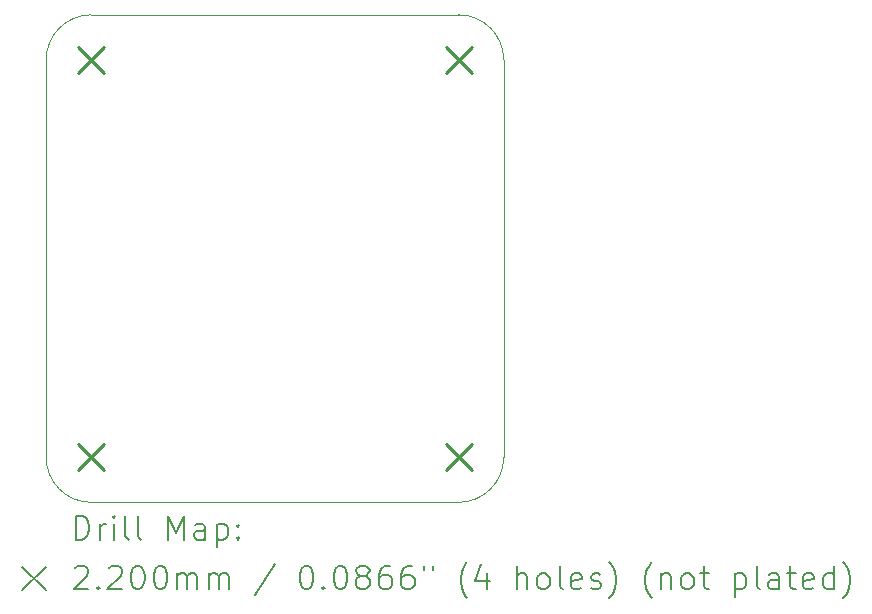
<source format=gbr>
%TF.GenerationSoftware,KiCad,Pcbnew,(6.0.7)*%
%TF.CreationDate,2022-08-26T11:03:14+03:00*%
%TF.ProjectId,DiLight_1.1,44694c69-6768-4745-9f31-2e312e6b6963,rev?*%
%TF.SameCoordinates,Original*%
%TF.FileFunction,Drillmap*%
%TF.FilePolarity,Positive*%
%FSLAX45Y45*%
G04 Gerber Fmt 4.5, Leading zero omitted, Abs format (unit mm)*
G04 Created by KiCad (PCBNEW (6.0.7)) date 2022-08-26 11:03:14*
%MOMM*%
%LPD*%
G01*
G04 APERTURE LIST*
%ADD10C,0.100000*%
%ADD11C,0.200000*%
%ADD12C,0.220000*%
G04 APERTURE END LIST*
D10*
X5207000Y-1714500D02*
G75*
G03*
X4826000Y-1333500I-381000J0D01*
G01*
X1333500Y-5080000D02*
G75*
G03*
X1714500Y-5461000I381000J0D01*
G01*
X1333500Y-1714500D02*
X1333500Y-5080000D01*
X5207000Y-5080000D02*
X5207000Y-1714500D01*
X1714500Y-1333500D02*
G75*
G03*
X1333500Y-1714500I0J-381000D01*
G01*
X1714500Y-5461000D02*
X4826000Y-5461000D01*
X4826000Y-5461000D02*
G75*
G03*
X5207000Y-5080000I0J381000D01*
G01*
X4826000Y-1333500D02*
X1714500Y-1333500D01*
D11*
D12*
X1604500Y-1604500D02*
X1824500Y-1824500D01*
X1824500Y-1604500D02*
X1604500Y-1824500D01*
X1604500Y-4970000D02*
X1824500Y-5190000D01*
X1824500Y-4970000D02*
X1604500Y-5190000D01*
X4716000Y-1604500D02*
X4936000Y-1824500D01*
X4936000Y-1604500D02*
X4716000Y-1824500D01*
X4716000Y-4970000D02*
X4936000Y-5190000D01*
X4936000Y-4970000D02*
X4716000Y-5190000D01*
D11*
X1586119Y-5776476D02*
X1586119Y-5576476D01*
X1633738Y-5576476D01*
X1662309Y-5586000D01*
X1681357Y-5605048D01*
X1690881Y-5624095D01*
X1700405Y-5662190D01*
X1700405Y-5690762D01*
X1690881Y-5728857D01*
X1681357Y-5747905D01*
X1662309Y-5766952D01*
X1633738Y-5776476D01*
X1586119Y-5776476D01*
X1786119Y-5776476D02*
X1786119Y-5643143D01*
X1786119Y-5681238D02*
X1795643Y-5662190D01*
X1805167Y-5652667D01*
X1824214Y-5643143D01*
X1843262Y-5643143D01*
X1909928Y-5776476D02*
X1909928Y-5643143D01*
X1909928Y-5576476D02*
X1900405Y-5586000D01*
X1909928Y-5595524D01*
X1919452Y-5586000D01*
X1909928Y-5576476D01*
X1909928Y-5595524D01*
X2033738Y-5776476D02*
X2014690Y-5766952D01*
X2005167Y-5747905D01*
X2005167Y-5576476D01*
X2138500Y-5776476D02*
X2119452Y-5766952D01*
X2109929Y-5747905D01*
X2109929Y-5576476D01*
X2367071Y-5776476D02*
X2367071Y-5576476D01*
X2433738Y-5719333D01*
X2500405Y-5576476D01*
X2500405Y-5776476D01*
X2681357Y-5776476D02*
X2681357Y-5671714D01*
X2671833Y-5652667D01*
X2652786Y-5643143D01*
X2614690Y-5643143D01*
X2595643Y-5652667D01*
X2681357Y-5766952D02*
X2662310Y-5776476D01*
X2614690Y-5776476D01*
X2595643Y-5766952D01*
X2586119Y-5747905D01*
X2586119Y-5728857D01*
X2595643Y-5709809D01*
X2614690Y-5700286D01*
X2662310Y-5700286D01*
X2681357Y-5690762D01*
X2776595Y-5643143D02*
X2776595Y-5843143D01*
X2776595Y-5652667D02*
X2795643Y-5643143D01*
X2833738Y-5643143D01*
X2852786Y-5652667D01*
X2862309Y-5662190D01*
X2871833Y-5681238D01*
X2871833Y-5738381D01*
X2862309Y-5757428D01*
X2852786Y-5766952D01*
X2833738Y-5776476D01*
X2795643Y-5776476D01*
X2776595Y-5766952D01*
X2957548Y-5757428D02*
X2967071Y-5766952D01*
X2957548Y-5776476D01*
X2948024Y-5766952D01*
X2957548Y-5757428D01*
X2957548Y-5776476D01*
X2957548Y-5652667D02*
X2967071Y-5662190D01*
X2957548Y-5671714D01*
X2948024Y-5662190D01*
X2957548Y-5652667D01*
X2957548Y-5671714D01*
X1128500Y-6006000D02*
X1328500Y-6206000D01*
X1328500Y-6006000D02*
X1128500Y-6206000D01*
X1576595Y-6015524D02*
X1586119Y-6006000D01*
X1605167Y-5996476D01*
X1652786Y-5996476D01*
X1671833Y-6006000D01*
X1681357Y-6015524D01*
X1690881Y-6034571D01*
X1690881Y-6053619D01*
X1681357Y-6082190D01*
X1567071Y-6196476D01*
X1690881Y-6196476D01*
X1776595Y-6177428D02*
X1786119Y-6186952D01*
X1776595Y-6196476D01*
X1767071Y-6186952D01*
X1776595Y-6177428D01*
X1776595Y-6196476D01*
X1862309Y-6015524D02*
X1871833Y-6006000D01*
X1890881Y-5996476D01*
X1938500Y-5996476D01*
X1957548Y-6006000D01*
X1967071Y-6015524D01*
X1976595Y-6034571D01*
X1976595Y-6053619D01*
X1967071Y-6082190D01*
X1852786Y-6196476D01*
X1976595Y-6196476D01*
X2100405Y-5996476D02*
X2119452Y-5996476D01*
X2138500Y-6006000D01*
X2148024Y-6015524D01*
X2157548Y-6034571D01*
X2167071Y-6072667D01*
X2167071Y-6120286D01*
X2157548Y-6158381D01*
X2148024Y-6177428D01*
X2138500Y-6186952D01*
X2119452Y-6196476D01*
X2100405Y-6196476D01*
X2081357Y-6186952D01*
X2071833Y-6177428D01*
X2062309Y-6158381D01*
X2052786Y-6120286D01*
X2052786Y-6072667D01*
X2062309Y-6034571D01*
X2071833Y-6015524D01*
X2081357Y-6006000D01*
X2100405Y-5996476D01*
X2290881Y-5996476D02*
X2309929Y-5996476D01*
X2328976Y-6006000D01*
X2338500Y-6015524D01*
X2348024Y-6034571D01*
X2357548Y-6072667D01*
X2357548Y-6120286D01*
X2348024Y-6158381D01*
X2338500Y-6177428D01*
X2328976Y-6186952D01*
X2309929Y-6196476D01*
X2290881Y-6196476D01*
X2271833Y-6186952D01*
X2262310Y-6177428D01*
X2252786Y-6158381D01*
X2243262Y-6120286D01*
X2243262Y-6072667D01*
X2252786Y-6034571D01*
X2262310Y-6015524D01*
X2271833Y-6006000D01*
X2290881Y-5996476D01*
X2443262Y-6196476D02*
X2443262Y-6063143D01*
X2443262Y-6082190D02*
X2452786Y-6072667D01*
X2471833Y-6063143D01*
X2500405Y-6063143D01*
X2519452Y-6072667D01*
X2528976Y-6091714D01*
X2528976Y-6196476D01*
X2528976Y-6091714D02*
X2538500Y-6072667D01*
X2557548Y-6063143D01*
X2586119Y-6063143D01*
X2605167Y-6072667D01*
X2614690Y-6091714D01*
X2614690Y-6196476D01*
X2709929Y-6196476D02*
X2709929Y-6063143D01*
X2709929Y-6082190D02*
X2719452Y-6072667D01*
X2738500Y-6063143D01*
X2767071Y-6063143D01*
X2786119Y-6072667D01*
X2795643Y-6091714D01*
X2795643Y-6196476D01*
X2795643Y-6091714D02*
X2805167Y-6072667D01*
X2824214Y-6063143D01*
X2852786Y-6063143D01*
X2871833Y-6072667D01*
X2881357Y-6091714D01*
X2881357Y-6196476D01*
X3271833Y-5986952D02*
X3100405Y-6244095D01*
X3528976Y-5996476D02*
X3548024Y-5996476D01*
X3567071Y-6006000D01*
X3576595Y-6015524D01*
X3586119Y-6034571D01*
X3595643Y-6072667D01*
X3595643Y-6120286D01*
X3586119Y-6158381D01*
X3576595Y-6177428D01*
X3567071Y-6186952D01*
X3548024Y-6196476D01*
X3528976Y-6196476D01*
X3509928Y-6186952D01*
X3500405Y-6177428D01*
X3490881Y-6158381D01*
X3481357Y-6120286D01*
X3481357Y-6072667D01*
X3490881Y-6034571D01*
X3500405Y-6015524D01*
X3509928Y-6006000D01*
X3528976Y-5996476D01*
X3681357Y-6177428D02*
X3690881Y-6186952D01*
X3681357Y-6196476D01*
X3671833Y-6186952D01*
X3681357Y-6177428D01*
X3681357Y-6196476D01*
X3814690Y-5996476D02*
X3833738Y-5996476D01*
X3852786Y-6006000D01*
X3862309Y-6015524D01*
X3871833Y-6034571D01*
X3881357Y-6072667D01*
X3881357Y-6120286D01*
X3871833Y-6158381D01*
X3862309Y-6177428D01*
X3852786Y-6186952D01*
X3833738Y-6196476D01*
X3814690Y-6196476D01*
X3795643Y-6186952D01*
X3786119Y-6177428D01*
X3776595Y-6158381D01*
X3767071Y-6120286D01*
X3767071Y-6072667D01*
X3776595Y-6034571D01*
X3786119Y-6015524D01*
X3795643Y-6006000D01*
X3814690Y-5996476D01*
X3995643Y-6082190D02*
X3976595Y-6072667D01*
X3967071Y-6063143D01*
X3957548Y-6044095D01*
X3957548Y-6034571D01*
X3967071Y-6015524D01*
X3976595Y-6006000D01*
X3995643Y-5996476D01*
X4033738Y-5996476D01*
X4052786Y-6006000D01*
X4062309Y-6015524D01*
X4071833Y-6034571D01*
X4071833Y-6044095D01*
X4062309Y-6063143D01*
X4052786Y-6072667D01*
X4033738Y-6082190D01*
X3995643Y-6082190D01*
X3976595Y-6091714D01*
X3967071Y-6101238D01*
X3957548Y-6120286D01*
X3957548Y-6158381D01*
X3967071Y-6177428D01*
X3976595Y-6186952D01*
X3995643Y-6196476D01*
X4033738Y-6196476D01*
X4052786Y-6186952D01*
X4062309Y-6177428D01*
X4071833Y-6158381D01*
X4071833Y-6120286D01*
X4062309Y-6101238D01*
X4052786Y-6091714D01*
X4033738Y-6082190D01*
X4243262Y-5996476D02*
X4205167Y-5996476D01*
X4186119Y-6006000D01*
X4176595Y-6015524D01*
X4157548Y-6044095D01*
X4148024Y-6082190D01*
X4148024Y-6158381D01*
X4157548Y-6177428D01*
X4167071Y-6186952D01*
X4186119Y-6196476D01*
X4224214Y-6196476D01*
X4243262Y-6186952D01*
X4252786Y-6177428D01*
X4262310Y-6158381D01*
X4262310Y-6110762D01*
X4252786Y-6091714D01*
X4243262Y-6082190D01*
X4224214Y-6072667D01*
X4186119Y-6072667D01*
X4167071Y-6082190D01*
X4157548Y-6091714D01*
X4148024Y-6110762D01*
X4433738Y-5996476D02*
X4395643Y-5996476D01*
X4376595Y-6006000D01*
X4367071Y-6015524D01*
X4348024Y-6044095D01*
X4338500Y-6082190D01*
X4338500Y-6158381D01*
X4348024Y-6177428D01*
X4357548Y-6186952D01*
X4376595Y-6196476D01*
X4414690Y-6196476D01*
X4433738Y-6186952D01*
X4443262Y-6177428D01*
X4452786Y-6158381D01*
X4452786Y-6110762D01*
X4443262Y-6091714D01*
X4433738Y-6082190D01*
X4414690Y-6072667D01*
X4376595Y-6072667D01*
X4357548Y-6082190D01*
X4348024Y-6091714D01*
X4338500Y-6110762D01*
X4528976Y-5996476D02*
X4528976Y-6034571D01*
X4605167Y-5996476D02*
X4605167Y-6034571D01*
X4900405Y-6272667D02*
X4890881Y-6263143D01*
X4871833Y-6234571D01*
X4862310Y-6215524D01*
X4852786Y-6186952D01*
X4843262Y-6139333D01*
X4843262Y-6101238D01*
X4852786Y-6053619D01*
X4862310Y-6025048D01*
X4871833Y-6006000D01*
X4890881Y-5977428D01*
X4900405Y-5967905D01*
X5062310Y-6063143D02*
X5062310Y-6196476D01*
X5014690Y-5986952D02*
X4967071Y-6129809D01*
X5090881Y-6129809D01*
X5319452Y-6196476D02*
X5319452Y-5996476D01*
X5405167Y-6196476D02*
X5405167Y-6091714D01*
X5395643Y-6072667D01*
X5376595Y-6063143D01*
X5348024Y-6063143D01*
X5328976Y-6072667D01*
X5319452Y-6082190D01*
X5528976Y-6196476D02*
X5509929Y-6186952D01*
X5500405Y-6177428D01*
X5490881Y-6158381D01*
X5490881Y-6101238D01*
X5500405Y-6082190D01*
X5509929Y-6072667D01*
X5528976Y-6063143D01*
X5557548Y-6063143D01*
X5576595Y-6072667D01*
X5586119Y-6082190D01*
X5595643Y-6101238D01*
X5595643Y-6158381D01*
X5586119Y-6177428D01*
X5576595Y-6186952D01*
X5557548Y-6196476D01*
X5528976Y-6196476D01*
X5709928Y-6196476D02*
X5690881Y-6186952D01*
X5681357Y-6167905D01*
X5681357Y-5996476D01*
X5862309Y-6186952D02*
X5843262Y-6196476D01*
X5805167Y-6196476D01*
X5786119Y-6186952D01*
X5776595Y-6167905D01*
X5776595Y-6091714D01*
X5786119Y-6072667D01*
X5805167Y-6063143D01*
X5843262Y-6063143D01*
X5862309Y-6072667D01*
X5871833Y-6091714D01*
X5871833Y-6110762D01*
X5776595Y-6129809D01*
X5948024Y-6186952D02*
X5967071Y-6196476D01*
X6005167Y-6196476D01*
X6024214Y-6186952D01*
X6033738Y-6167905D01*
X6033738Y-6158381D01*
X6024214Y-6139333D01*
X6005167Y-6129809D01*
X5976595Y-6129809D01*
X5957548Y-6120286D01*
X5948024Y-6101238D01*
X5948024Y-6091714D01*
X5957548Y-6072667D01*
X5976595Y-6063143D01*
X6005167Y-6063143D01*
X6024214Y-6072667D01*
X6100405Y-6272667D02*
X6109928Y-6263143D01*
X6128976Y-6234571D01*
X6138500Y-6215524D01*
X6148024Y-6186952D01*
X6157548Y-6139333D01*
X6157548Y-6101238D01*
X6148024Y-6053619D01*
X6138500Y-6025048D01*
X6128976Y-6006000D01*
X6109928Y-5977428D01*
X6100405Y-5967905D01*
X6462309Y-6272667D02*
X6452786Y-6263143D01*
X6433738Y-6234571D01*
X6424214Y-6215524D01*
X6414690Y-6186952D01*
X6405167Y-6139333D01*
X6405167Y-6101238D01*
X6414690Y-6053619D01*
X6424214Y-6025048D01*
X6433738Y-6006000D01*
X6452786Y-5977428D01*
X6462309Y-5967905D01*
X6538500Y-6063143D02*
X6538500Y-6196476D01*
X6538500Y-6082190D02*
X6548024Y-6072667D01*
X6567071Y-6063143D01*
X6595643Y-6063143D01*
X6614690Y-6072667D01*
X6624214Y-6091714D01*
X6624214Y-6196476D01*
X6748024Y-6196476D02*
X6728976Y-6186952D01*
X6719452Y-6177428D01*
X6709928Y-6158381D01*
X6709928Y-6101238D01*
X6719452Y-6082190D01*
X6728976Y-6072667D01*
X6748024Y-6063143D01*
X6776595Y-6063143D01*
X6795643Y-6072667D01*
X6805167Y-6082190D01*
X6814690Y-6101238D01*
X6814690Y-6158381D01*
X6805167Y-6177428D01*
X6795643Y-6186952D01*
X6776595Y-6196476D01*
X6748024Y-6196476D01*
X6871833Y-6063143D02*
X6948024Y-6063143D01*
X6900405Y-5996476D02*
X6900405Y-6167905D01*
X6909928Y-6186952D01*
X6928976Y-6196476D01*
X6948024Y-6196476D01*
X7167071Y-6063143D02*
X7167071Y-6263143D01*
X7167071Y-6072667D02*
X7186119Y-6063143D01*
X7224214Y-6063143D01*
X7243262Y-6072667D01*
X7252786Y-6082190D01*
X7262309Y-6101238D01*
X7262309Y-6158381D01*
X7252786Y-6177428D01*
X7243262Y-6186952D01*
X7224214Y-6196476D01*
X7186119Y-6196476D01*
X7167071Y-6186952D01*
X7376595Y-6196476D02*
X7357548Y-6186952D01*
X7348024Y-6167905D01*
X7348024Y-5996476D01*
X7538500Y-6196476D02*
X7538500Y-6091714D01*
X7528976Y-6072667D01*
X7509928Y-6063143D01*
X7471833Y-6063143D01*
X7452786Y-6072667D01*
X7538500Y-6186952D02*
X7519452Y-6196476D01*
X7471833Y-6196476D01*
X7452786Y-6186952D01*
X7443262Y-6167905D01*
X7443262Y-6148857D01*
X7452786Y-6129809D01*
X7471833Y-6120286D01*
X7519452Y-6120286D01*
X7538500Y-6110762D01*
X7605167Y-6063143D02*
X7681357Y-6063143D01*
X7633738Y-5996476D02*
X7633738Y-6167905D01*
X7643262Y-6186952D01*
X7662309Y-6196476D01*
X7681357Y-6196476D01*
X7824214Y-6186952D02*
X7805167Y-6196476D01*
X7767071Y-6196476D01*
X7748024Y-6186952D01*
X7738500Y-6167905D01*
X7738500Y-6091714D01*
X7748024Y-6072667D01*
X7767071Y-6063143D01*
X7805167Y-6063143D01*
X7824214Y-6072667D01*
X7833738Y-6091714D01*
X7833738Y-6110762D01*
X7738500Y-6129809D01*
X8005167Y-6196476D02*
X8005167Y-5996476D01*
X8005167Y-6186952D02*
X7986119Y-6196476D01*
X7948024Y-6196476D01*
X7928976Y-6186952D01*
X7919452Y-6177428D01*
X7909928Y-6158381D01*
X7909928Y-6101238D01*
X7919452Y-6082190D01*
X7928976Y-6072667D01*
X7948024Y-6063143D01*
X7986119Y-6063143D01*
X8005167Y-6072667D01*
X8081357Y-6272667D02*
X8090881Y-6263143D01*
X8109928Y-6234571D01*
X8119452Y-6215524D01*
X8128976Y-6186952D01*
X8138500Y-6139333D01*
X8138500Y-6101238D01*
X8128976Y-6053619D01*
X8119452Y-6025048D01*
X8109928Y-6006000D01*
X8090881Y-5977428D01*
X8081357Y-5967905D01*
M02*

</source>
